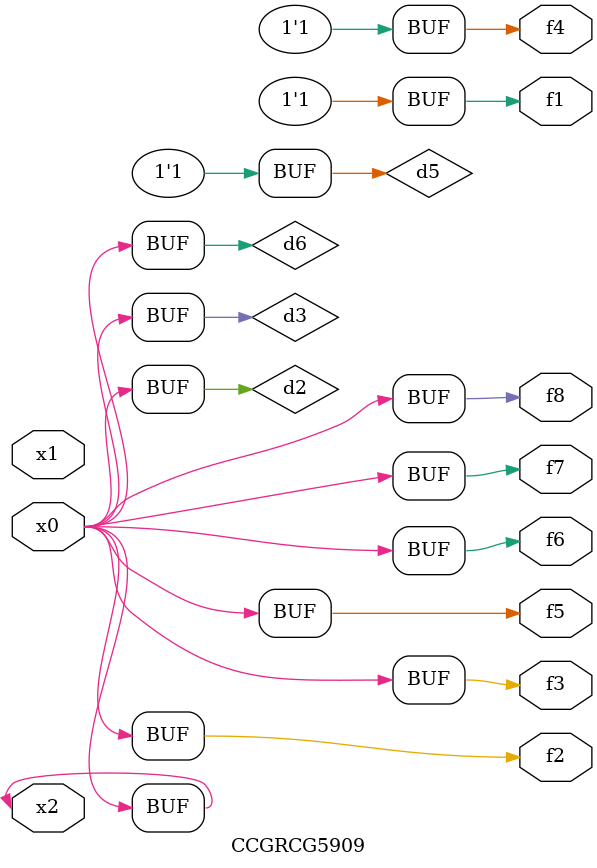
<source format=v>
module CCGRCG5909(
	input x0, x1, x2,
	output f1, f2, f3, f4, f5, f6, f7, f8
);

	wire d1, d2, d3, d4, d5, d6;

	xnor (d1, x2);
	buf (d2, x0, x2);
	and (d3, x0);
	xnor (d4, x1, x2);
	nand (d5, d1, d3);
	buf (d6, d2, d3);
	assign f1 = d5;
	assign f2 = d6;
	assign f3 = d6;
	assign f4 = d5;
	assign f5 = d6;
	assign f6 = d6;
	assign f7 = d6;
	assign f8 = d6;
endmodule

</source>
